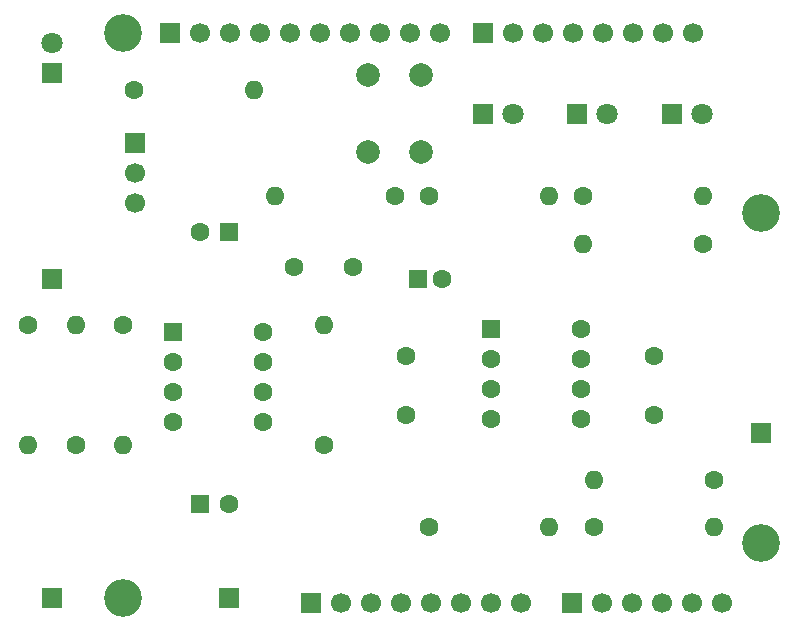
<source format=gbr>
%TF.GenerationSoftware,KiCad,Pcbnew,9.0.1*%
%TF.CreationDate,2025-05-17T19:15:48+02:00*%
%TF.ProjectId,Bandpass_Filter,42616e64-7061-4737-935f-46696c746572,v1*%
%TF.SameCoordinates,Original*%
%TF.FileFunction,Soldermask,Bot*%
%TF.FilePolarity,Negative*%
%FSLAX46Y46*%
G04 Gerber Fmt 4.6, Leading zero omitted, Abs format (unit mm)*
G04 Created by KiCad (PCBNEW 9.0.1) date 2025-05-17 19:15:48*
%MOMM*%
%LPD*%
G01*
G04 APERTURE LIST*
G04 Aperture macros list*
%AMRoundRect*
0 Rectangle with rounded corners*
0 $1 Rounding radius*
0 $2 $3 $4 $5 $6 $7 $8 $9 X,Y pos of 4 corners*
0 Add a 4 corners polygon primitive as box body*
4,1,4,$2,$3,$4,$5,$6,$7,$8,$9,$2,$3,0*
0 Add four circle primitives for the rounded corners*
1,1,$1+$1,$2,$3*
1,1,$1+$1,$4,$5*
1,1,$1+$1,$6,$7*
1,1,$1+$1,$8,$9*
0 Add four rect primitives between the rounded corners*
20,1,$1+$1,$2,$3,$4,$5,0*
20,1,$1+$1,$4,$5,$6,$7,0*
20,1,$1+$1,$6,$7,$8,$9,0*
20,1,$1+$1,$8,$9,$2,$3,0*%
G04 Aperture macros list end*
%ADD10R,1.800000X1.800000*%
%ADD11C,1.800000*%
%ADD12C,1.600000*%
%ADD13O,1.600000X1.600000*%
%ADD14R,1.700000X1.700000*%
%ADD15R,1.600000X1.600000*%
%ADD16RoundRect,0.250000X-0.550000X-0.550000X0.550000X-0.550000X0.550000X0.550000X-0.550000X0.550000X0*%
%ADD17C,3.200000*%
%ADD18C,2.000000*%
%ADD19C,1.700000*%
G04 APERTURE END LIST*
D10*
%TO.C,D1*%
X106000000Y-52540000D03*
D11*
X106000000Y-50000000D03*
%TD*%
D12*
%TO.C,R11*%
X150920000Y-63000000D03*
D13*
X161080000Y-63000000D03*
%TD*%
D12*
%TO.C,R2*%
X104000000Y-73920000D03*
D13*
X104000000Y-84080000D03*
%TD*%
D12*
%TO.C,C6*%
X157000000Y-76500000D03*
X157000000Y-81500000D03*
%TD*%
%TO.C,R7*%
X162080000Y-87000000D03*
D13*
X151920000Y-87000000D03*
%TD*%
D12*
%TO.C,R9*%
X135000000Y-63000000D03*
D13*
X124840000Y-63000000D03*
%TD*%
D14*
%TO.C,TP2*%
X166000000Y-83000000D03*
%TD*%
D12*
%TO.C,R8*%
X112920000Y-54000000D03*
D13*
X123080000Y-54000000D03*
%TD*%
D14*
%TO.C,TP3*%
X106000000Y-70000000D03*
%TD*%
D10*
%TO.C,D2*%
X142460000Y-56000000D03*
D11*
X145000000Y-56000000D03*
%TD*%
D12*
%TO.C,C4*%
X126500000Y-69000000D03*
X131500000Y-69000000D03*
%TD*%
D14*
%TO.C,TP1*%
X121000000Y-97000000D03*
%TD*%
D15*
%TO.C,C2*%
X137000000Y-70000000D03*
D12*
X139000000Y-70000000D03*
%TD*%
D16*
%TO.C,U3*%
X116195000Y-74460000D03*
D12*
X116195000Y-77000000D03*
X116195000Y-79540000D03*
X116195000Y-82080000D03*
X123815000Y-82080000D03*
X123815000Y-79540000D03*
X123815000Y-77000000D03*
X123815000Y-74460000D03*
%TD*%
%TO.C,R1*%
X108000000Y-84080000D03*
D13*
X108000000Y-73920000D03*
%TD*%
D12*
%TO.C,R12*%
X161080000Y-67000000D03*
D13*
X150920000Y-67000000D03*
%TD*%
D15*
%TO.C,C5*%
X118500000Y-89000000D03*
D12*
X121000000Y-89000000D03*
%TD*%
D10*
%TO.C,D3*%
X150460000Y-56000000D03*
D11*
X153000000Y-56000000D03*
%TD*%
D17*
%TO.C,MH1*%
X112000000Y-49200000D03*
%TD*%
D12*
%TO.C,R5*%
X137920000Y-91000000D03*
D13*
X148080000Y-91000000D03*
%TD*%
D12*
%TO.C,C3*%
X136000000Y-81500000D03*
X136000000Y-76500000D03*
%TD*%
%TO.C,R4*%
X129000000Y-84080000D03*
D13*
X129000000Y-73920000D03*
%TD*%
D12*
%TO.C,R6*%
X151920000Y-91000000D03*
D13*
X162080000Y-91000000D03*
%TD*%
D18*
%TO.C,SW1*%
X132750000Y-59250000D03*
X132750000Y-52750000D03*
X137250000Y-59250000D03*
X137250000Y-52750000D03*
%TD*%
D10*
%TO.C,D4*%
X158460000Y-56000000D03*
D11*
X161000000Y-56000000D03*
%TD*%
D15*
%TO.C,C1*%
X121000000Y-66000000D03*
D12*
X118500000Y-66000000D03*
%TD*%
D16*
%TO.C,U1*%
X143195000Y-74190000D03*
D12*
X143195000Y-76730000D03*
X143195000Y-79270000D03*
X143195000Y-81810000D03*
X150815000Y-81810000D03*
X150815000Y-79270000D03*
X150815000Y-76730000D03*
X150815000Y-74190000D03*
%TD*%
D17*
%TO.C,MH2*%
X112000000Y-97000000D03*
%TD*%
D12*
%TO.C,R10*%
X137920000Y-63000000D03*
D13*
X148080000Y-63000000D03*
%TD*%
D17*
%TO.C,MH3*%
X166040000Y-64440000D03*
%TD*%
D14*
%TO.C,TP4*%
X106000000Y-97000000D03*
%TD*%
D17*
%TO.C,MH4*%
X166040000Y-92380000D03*
%TD*%
D12*
%TO.C,R3*%
X112000000Y-73920000D03*
D13*
X112000000Y-84080000D03*
%TD*%
D14*
%TO.C,J5*%
X113000000Y-58475000D03*
D19*
X113000000Y-61015000D03*
X113000000Y-63555000D03*
%TD*%
D14*
%TO.C,J1*%
X127940000Y-97460000D03*
D19*
X130480000Y-97460000D03*
X133020000Y-97460000D03*
X135560000Y-97460000D03*
X138100000Y-97460000D03*
X140640000Y-97460000D03*
X143180000Y-97460000D03*
X145720000Y-97460000D03*
%TD*%
D14*
%TO.C,J3*%
X150000000Y-97460000D03*
D19*
X152540000Y-97460000D03*
X155080000Y-97460000D03*
X157620000Y-97460000D03*
X160160000Y-97460000D03*
X162700000Y-97460000D03*
%TD*%
D14*
%TO.C,J2*%
X116000000Y-49200000D03*
D19*
X118540000Y-49200000D03*
X121080000Y-49200000D03*
X123620000Y-49200000D03*
X126160000Y-49200000D03*
X128700000Y-49200000D03*
X131240000Y-49200000D03*
X133780000Y-49200000D03*
X136320000Y-49200000D03*
X138860000Y-49200000D03*
%TD*%
D14*
%TO.C,J4*%
X142460000Y-49200000D03*
D19*
X145000000Y-49200000D03*
X147540000Y-49200000D03*
X150080000Y-49200000D03*
X152620000Y-49200000D03*
X155160000Y-49200000D03*
X157700000Y-49200000D03*
X160240000Y-49200000D03*
%TD*%
M02*

</source>
